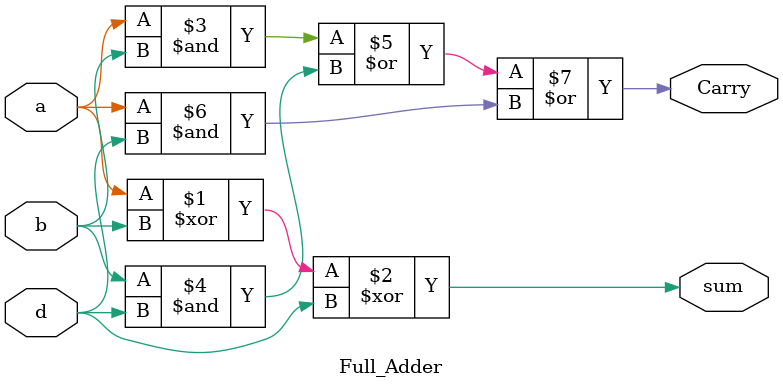
<source format=v>
`timescale 1ns / 1ps

// full adder in dataflow modelling

module Full_Adder(
 input a,b,d,
 output sum,Carry
 );
 assign sum = a^b^d;
 assign Carry = (a&b) | (b&d) | (a&d);
endmodule

</source>
